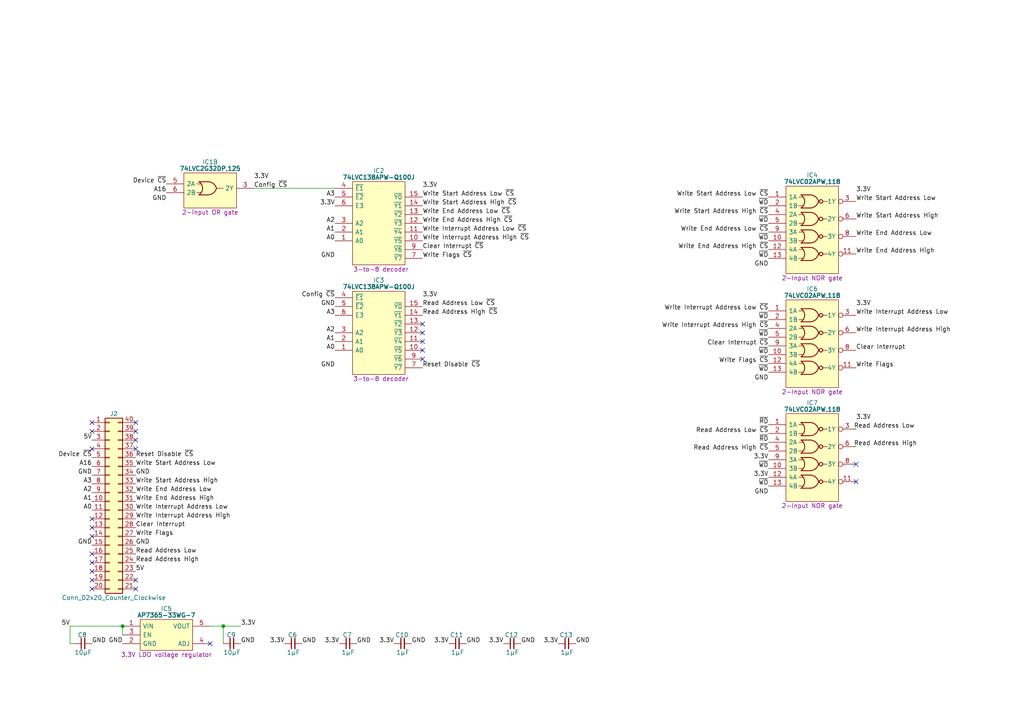
<source format=kicad_sch>
(kicad_sch (version 20230121) (generator eeschema)
  (paper "A4")
  (title_block (title "Sound Device Select") (date "2023-10-07") (rev "V0"))
  (lib_symbols
    (symbol "Connector_Generic:Conn_02x20_Counter_Clockwise" (pin_names (offset 1.016) hide)
      (property "Reference" "J" (at 1.27 25.4 0))
      (property "Value" "Conn_02x20_Counter_Clockwise" (at 1.27 -27.94 0))
      (symbol "Conn_02x20_Counter_Clockwise_1_1"
        (rectangle (start -1.27 -25.273) (end 0 -25.527) (stroke (width 0.1524)))
        (rectangle (start -1.27 -22.733) (end 0 -22.987) (stroke (width 0.1524)))
        (rectangle (start -1.27 -20.193) (end 0 -20.447) (stroke (width 0.1524)))
        (rectangle (start -1.27 -17.653) (end 0 -17.907) (stroke (width 0.1524)))
        (rectangle (start -1.27 -15.113) (end 0 -15.367) (stroke (width 0.1524)))
        (rectangle (start -1.27 -12.573) (end 0 -12.827) (stroke (width 0.1524)))
        (rectangle (start -1.27 -10.033) (end 0 -10.287) (stroke (width 0.1524)))
        (rectangle (start -1.27 -7.493) (end 0 -7.747) (stroke (width 0.1524)))
        (rectangle (start -1.27 -4.953) (end 0 -5.207) (stroke (width 0.1524)))
        (rectangle (start -1.27 -2.413) (end 0 -2.667) (stroke (width 0.1524)))
        (rectangle (start -1.27 0.127) (end 0 -0.127) (stroke (width 0.1524)))
        (rectangle (start -1.27 2.667) (end 0 2.413) (stroke (width 0.1524)))
        (rectangle (start -1.27 5.207) (end 0 4.953) (stroke (width 0.1524)))
        (rectangle (start -1.27 7.747) (end 0 7.493) (stroke (width 0.1524)))
        (rectangle (start -1.27 10.287) (end 0 10.033) (stroke (width 0.1524)))
        (rectangle (start -1.27 12.827) (end 0 12.573) (stroke (width 0.1524)))
        (rectangle (start -1.27 15.367) (end 0 15.113) (stroke (width 0.1524)))
        (rectangle (start -1.27 17.907) (end 0 17.653) (stroke (width 0.1524)))
        (rectangle (start -1.27 20.447) (end 0 20.193) (stroke (width 0.1524)))
        (rectangle (start -1.27 22.987) (end 0 22.733) (stroke (width 0.1524)))
        (rectangle (start -1.27 24.13) (end 3.81 -26.67) (stroke (width 0.254)) (fill (type background)))
        (rectangle (start 3.81 -25.273) (end 2.54 -25.527) (stroke (width 0.1524)))
        (rectangle (start 3.81 -22.733) (end 2.54 -22.987) (stroke (width 0.1524)))
        (rectangle (start 3.81 -20.193) (end 2.54 -20.447) (stroke (width 0.1524)))
        (rectangle (start 3.81 -17.653) (end 2.54 -17.907) (stroke (width 0.1524)))
        (rectangle (start 3.81 -15.113) (end 2.54 -15.367) (stroke (width 0.1524)))
        (rectangle (start 3.81 -12.573) (end 2.54 -12.827) (stroke (width 0.1524)))
        (rectangle (start 3.81 -10.033) (end 2.54 -10.287) (stroke (width 0.1524)))
        (rectangle (start 3.81 -7.493) (end 2.54 -7.747) (stroke (width 0.1524)))
        (rectangle (start 3.81 -4.953) (end 2.54 -5.207) (stroke (width 0.1524)))
        (rectangle (start 3.81 -2.413) (end 2.54 -2.667) (stroke (width 0.1524)))
        (rectangle (start 3.81 0.127) (end 2.54 -0.127) (stroke (width 0.1524)))
        (rectangle (start 3.81 2.667) (end 2.54 2.413) (stroke (width 0.1524)))
        (rectangle (start 3.81 5.207) (end 2.54 4.953) (stroke (width 0.1524)))
        (rectangle (start 3.81 7.747) (end 2.54 7.493) (stroke (width 0.1524)))
        (rectangle (start 3.81 10.287) (end 2.54 10.033) (stroke (width 0.1524)))
        (rectangle (start 3.81 12.827) (end 2.54 12.573) (stroke (width 0.1524)))
        (rectangle (start 3.81 15.367) (end 2.54 15.113) (stroke (width 0.1524)))
        (rectangle (start 3.81 17.907) (end 2.54 17.653) (stroke (width 0.1524)))
        (rectangle (start 3.81 20.447) (end 2.54 20.193) (stroke (width 0.1524)))
        (rectangle (start 3.81 22.987) (end 2.54 22.733) (stroke (width 0.1524)))
        (pin passive line (at -5.08 22.86 0) (length 3.81) (name "Pin_1") (number "1"))
        (pin passive line (at -5.08 0 0) (length 3.81) (name "Pin_10") (number "10"))
        (pin passive line (at -5.08 -2.54 0) (length 3.81) (name "Pin_11") (number "11"))
        (pin passive line (at -5.08 -5.08 0) (length 3.81) (name "Pin_12") (number "12"))
        (pin passive line (at -5.08 -7.62 0) (length 3.81) (name "Pin_13") (number "13"))
        (pin passive line (at -5.08 -10.16 0) (length 3.81) (name "Pin_14") (number "14"))
        (pin passive line (at -5.08 -12.7 0) (length 3.81) (name "Pin_15") (number "15"))
        (pin passive line (at -5.08 -15.24 0) (length 3.81) (name "Pin_16") (number "16"))
        (pin passive line (at -5.08 -17.78 0) (length 3.81) (name "Pin_17") (number "17"))
        (pin passive line (at -5.08 -20.32 0) (length 3.81) (name "Pin_18") (number "18"))
        (pin passive line (at -5.08 -22.86 0) (length 3.81) (name "Pin_19") (number "19"))
        (pin passive line (at -5.08 20.32 0) (length 3.81) (name "Pin_2") (number "2"))
        (pin passive line (at -5.08 -25.4 0) (length 3.81) (name "Pin_20") (number "20"))
        (pin passive line (at 7.62 -25.4 180) (length 3.81) (name "Pin_21") (number "21"))
        (pin passive line (at 7.62 -22.86 180) (length 3.81) (name "Pin_22") (number "22"))
        (pin passive line (at 7.62 -20.32 180) (length 3.81) (name "Pin_23") (number "23"))
        (pin passive line (at 7.62 -17.78 180) (length 3.81) (name "Pin_24") (number "24"))
        (pin passive line (at 7.62 -15.24 180) (length 3.81) (name "Pin_25") (number "25"))
        (pin passive line (at 7.62 -12.7 180) (length 3.81) (name "Pin_26") (number "26"))
        (pin passive line (at 7.62 -10.16 180) (length 3.81) (name "Pin_27") (number "27"))
        (pin passive line (at 7.62 -7.62 180) (length 3.81) (name "Pin_28") (number "28"))
        (pin passive line (at 7.62 -5.08 180) (length 3.81) (name "Pin_29") (number "29"))
        (pin passive line (at -5.08 17.78 0) (length 3.81) (name "Pin_3") (number "3"))
        (pin passive line (at 7.62 -2.54 180) (length 3.81) (name "Pin_30") (number "30"))
        (pin passive line (at 7.62 0 180) (length 3.81) (name "Pin_31") (number "31"))
        (pin passive line (at 7.62 2.54 180) (length 3.81) (name "Pin_32") (number "32"))
        (pin passive line (at 7.62 5.08 180) (length 3.81) (name "Pin_33") (number "33"))
        (pin passive line (at 7.62 7.62 180) (length 3.81) (name "Pin_34") (number "34"))
        (pin passive line (at 7.62 10.16 180) (length 3.81) (name "Pin_35") (number "35"))
        (pin passive line (at 7.62 12.7 180) (length 3.81) (name "Pin_36") (number "36"))
        (pin passive line (at 7.62 15.24 180) (length 3.81) (name "Pin_37") (number "37"))
        (pin passive line (at 7.62 17.78 180) (length 3.81) (name "Pin_38") (number "38"))
        (pin passive line (at 7.62 20.32 180) (length 3.81) (name "Pin_39") (number "39"))
        (pin passive line (at -5.08 15.24 0) (length 3.81) (name "Pin_4") (number "4"))
        (pin passive line (at 7.62 22.86 180) (length 3.81) (name "Pin_40") (number "40"))
        (pin passive line (at -5.08 12.7 0) (length 3.81) (name "Pin_5") (number "5"))
        (pin passive line (at -5.08 10.16 0) (length 3.81) (name "Pin_6") (number "6"))
        (pin passive line (at -5.08 7.62 0) (length 3.81) (name "Pin_7") (number "7"))
        (pin passive line (at -5.08 5.08 0) (length 3.81) (name "Pin_8") (number "8"))
        (pin passive line (at -5.08 2.54 0) (length 3.81) (name "Pin_9") (number "9"))
      )
    )
    (symbol "Diodes_Inc:AP7365-33WG-7" (pin_names (offset 0.762))
      (property "Reference" "IC" (at 12.7 5.08 0))
      (property "Value" "AP7365-33WG-7" (at 12.7 3.175 0))
      (property "Description" "3.3V LDO voltage regulator" (at 12.7 -8.255 0))
      (symbol "AP7365-33WG-7_0_0"
        (pin passive line (at 0 0 0) (length 5.08) (name "VIN") (number "1"))
        (pin passive line (at 0 -5.08 0) (length 5.08) (name "GND") (number "2"))
        (pin input line (at 0 -2.54 0) (length 5.08) (name "EN") (number "3"))
        (pin passive line (at 25.4 -5.08 180) (length 5.08) (name "ADJ") (number "4"))
        (pin passive line (at 25.4 0 180) (length 5.08) (name "VOUT") (number "5"))
      )
      (symbol "AP7365-33WG-7_0_1"
        (polyline (pts (xy 5.08 1.905) (xy 20.32 1.905) (xy 20.32 -6.985) (xy 5.08 -6.985) (xy 5.08 1.905)) (fill (type background)))
      )
    )
    (symbol "HCP65:C_0805" (pin_numbers hide) (pin_names (offset 0.254) hide)
      (property "Reference" "C" (at 2.286 2.54 0))
      (property "Value" "?μF" (at 2.54 -2.54 0))
      (symbol "C_0805_0_1"
        (polyline (pts (xy 1.9685 -1.4605) (xy 1.9685 1.5875)) (stroke (width 0.3048)))
        (polyline (pts (xy 2.9845 -1.4605) (xy 2.9845 1.5875)) (stroke (width 0.3302)))
      )
      (symbol "C_0805_1_1"
        (pin passive line (at 0 0 0) (length 2.032) (name "~") (number "1"))
        (pin passive line (at 5.08 0 180) (length 2.032) (name "~") (number "2"))
      )
    )
    (symbol "Nexperia:74LVC02APW,118" (pin_names (offset 0.762))
      (property "Reference" "IC" (at 12.7 6.35 0))
      (property "Value" "74LVC02APW,118" (at 12.7 4.445 0))
      (property "Description" "2-Input NOR gate" (at 12.7 -23.495 0))
      (symbol "74LVC02APW,118_0_0"
        (pin input line (at 0 0 0) (length 5.08) (name "1A") (number "1"))
        (pin input line (at 0 -12.7 0) (length 5.08) (name "3B") (number "10"))
        (pin output inverted (at 25.4 -16.51 180) (length 5.08) (name "4Y") (number "11"))
        (pin input line (at 0 -15.24 0) (length 5.08) (name "4A") (number "12"))
        (pin input line (at 0 -17.78 0) (length 5.08) (name "4B") (number "13"))
        (pin passive line (at 25.4 1.27 180) (length 5.08) hide (name "3V") (number "14"))
        (pin input line (at 0 -2.54 0) (length 5.08) (name "1B") (number "2"))
        (pin output inverted (at 25.4 -1.27 180) (length 5.08) (name "1Y") (number "3"))
        (pin input line (at 0 -5.08 0) (length 5.08) (name "2A") (number "4"))
        (pin input line (at 0 -7.62 0) (length 5.08) (name "2B") (number "5"))
        (pin output inverted (at 25.4 -6.35 180) (length 5.08) (name "2Y") (number "6"))
        (pin passive line (at 0 -20.32 0) (length 5.08) hide (name "GND") (number "7"))
        (pin output inverted (at 25.4 -11.43 180) (length 5.08) (name "3Y") (number "8"))
        (pin input line (at 0 -10.16 0) (length 5.08) (name "3A") (number "9"))
      )
      (symbol "74LVC02APW,118_0_1"
        (polyline (pts (xy 8.802 -17.78) (xy 10.0719 -17.78)))
        (polyline (pts (xy 8.802 -15.24) (xy 10.0719 -15.24)))
        (polyline (pts (xy 8.802 -12.7) (xy 10.0719 -12.7)))
        (polyline (pts (xy 8.802 -10.16) (xy 10.0719 -10.16)))
        (polyline (pts (xy 8.802 -7.62) (xy 10.0719 -7.62)))
        (polyline (pts (xy 8.802 -5.08) (xy 10.0719 -5.08)))
        (polyline (pts (xy 8.802 -2.54) (xy 10.0719 -2.54)))
        (polyline (pts (xy 8.802 0) (xy 10.0719 0)))
        (polyline (pts (xy 11.977 -18.415) (xy 9.437 -18.415)) (stroke (width 0.254)) (fill (type background)))
        (polyline (pts (xy 11.977 -14.605) (xy 9.437 -14.605)) (stroke (width 0.254)) (fill (type background)))
        (polyline (pts (xy 11.977 -13.335) (xy 9.437 -13.335)) (stroke (width 0.254)) (fill (type background)))
        (polyline (pts (xy 11.977 -9.525) (xy 9.437 -9.525)) (stroke (width 0.254)) (fill (type background)))
        (polyline (pts (xy 11.977 -8.255) (xy 9.437 -8.255)) (stroke (width 0.254)) (fill (type background)))
        (polyline (pts (xy 11.977 -4.445) (xy 9.437 -4.445)) (stroke (width 0.254)) (fill (type background)))
        (polyline (pts (xy 11.977 -3.175) (xy 9.437 -3.175)) (stroke (width 0.254)) (fill (type background)))
        (polyline (pts (xy 11.977 0.635) (xy 9.437 0.635)) (stroke (width 0.254)) (fill (type background)))
        (polyline (pts (xy 15.875 -16.51) (xy 17.057 -16.51)))
        (polyline (pts (xy 15.875 -11.43) (xy 17.057 -11.43)))
        (polyline (pts (xy 15.875 -6.35) (xy 17.057 -6.35)))
        (polyline (pts (xy 15.875 -1.27) (xy 17.057 -1.27)))
        (polyline (pts (xy 5.08 3.175) (xy 20.32 3.175) (xy 20.32 -22.225) (xy 5.08 -22.225) (xy 5.08 3.175)) (stroke (width 0.1524)) (fill (type background)))
        (arc (start 9.437 -18.415) (mid 10.4969 -16.51) (end 9.437 -14.605) (stroke (width 0.254)))
        (arc (start 9.437 -13.335) (mid 10.4969 -11.43) (end 9.437 -9.525) (stroke (width 0.254)))
        (arc (start 9.437 -8.255) (mid 10.4969 -6.35) (end 9.437 -4.445) (stroke (width 0.254)))
        (arc (start 9.437 -3.175) (mid 10.4969 -1.27) (end 9.437 0.635) (stroke (width 0.254)))
        (arc (start 11.977 -18.415) (mid 13.5751 -17.9001) (end 14.517 -16.51) (stroke (width 0.254)))
        (arc (start 11.977 -13.335) (mid 13.5751 -12.8201) (end 14.517 -11.43) (stroke (width 0.254)))
        (arc (start 11.977 -8.255) (mid 13.5751 -7.7401) (end 14.517 -6.35) (stroke (width 0.254)))
        (arc (start 11.977 -3.175) (mid 13.5753 -2.6602) (end 14.517 -1.27) (stroke (width 0.254)))
        (arc (start 14.517 -16.51) (mid 13.5761 -15.1187) (end 11.977 -14.605) (stroke (width 0.254)))
        (arc (start 14.517 -11.43) (mid 13.5761 -10.0387) (end 11.977 -9.525) (stroke (width 0.254)))
        (arc (start 14.517 -6.35) (mid 13.5761 -4.9587) (end 11.977 -4.445) (stroke (width 0.254)))
        (arc (start 14.517 -1.27) (mid 13.5761 0.1213) (end 11.977 0.635) (stroke (width 0.254)))
        (circle (center 15.24 -16.51) (radius 0.508) (stroke (width 0.254)))
        (circle (center 15.24 -11.43) (radius 0.508) (stroke (width 0.254)))
        (circle (center 15.24 -6.35) (radius 0.508) (stroke (width 0.254)))
        (circle (center 15.24 -1.27) (radius 0.508) (stroke (width 0.254)))
      )
    )
    (symbol "Nexperia:74LVC138APW-Q100J" (pin_names (offset 0.762))
      (property "Reference" "IC" (at 12.7 3.175 0))
      (property "Value" "74LVC138APW-Q100J" (at 12.7 1.27 0))
      (property "Description" "3-to-8 decoder" (at 13.335 -25.4 0))
      (symbol "74LVC138APW-Q100J_0_0"
        (pin input line (at 0 -17.145 0) (length 5.08) (name "A0") (number "1"))
        (pin output line (at 25.4 -17.145 180) (length 5.08) (name "~{Y5}") (number "10"))
        (pin output line (at 25.4 -14.605 180) (length 5.08) (name "~{Y4}") (number "11"))
        (pin output line (at 25.4 -12.065 180) (length 5.08) (name "~{Y3}") (number "12"))
        (pin output line (at 25.4 -9.525 180) (length 5.08) (name "~{Y2}") (number "13"))
        (pin output line (at 25.4 -6.985 180) (length 5.08) (name "~{Y1}") (number "14"))
        (pin output line (at 25.4 -4.445 180) (length 5.08) (name "~{Y0}") (number "15"))
        (pin passive line (at 25.4 -1.905 180) (length 5.08) hide (name "3V") (number "16"))
        (pin input line (at 0 -14.605 0) (length 5.08) (name "A1") (number "2"))
        (pin input line (at 0 -12.065 0) (length 5.08) (name "A2") (number "3"))
        (pin input line (at 0 -1.905 0) (length 5.08) (name "~{E1}") (number "4"))
        (pin input line (at 0 -4.445 0) (length 5.08) (name "~{E2}") (number "5"))
        (pin input line (at 0 -6.985 0) (length 5.08) (name "E3") (number "6"))
        (pin output line (at 25.4 -22.225 180) (length 5.08) (name "~{Y7}") (number "7"))
        (pin passive line (at 0 -22.225 0) (length 5.08) hide (name "GND") (number "8"))
        (pin output line (at 25.4 -19.685 180) (length 5.08) (name "~{Y6}") (number "9"))
      )
      (symbol "74LVC138APW-Q100J_0_1"
        (polyline (pts (xy 5.08 0) (xy 20.32 0) (xy 20.32 -24.13) (xy 5.08 -24.13) (xy 5.08 0)) (stroke (width 0.1524)) (fill (type background)))
      )
    )
    (symbol "Nexperia:74LVC2G32DP,125_Multi" (pin_names (offset 0.762))
      (property "Reference" "IC" (at 12.7 6.35 0))
      (property "Value" "74LVC2G32DP,125" (at 12.7 4.445 0))
      (property "Description" "2-input OR gate" (at 12.7 -8.255 0))
      (symbol "74LVC2G32DP,125_Multi_0_0"
        (pin passive line (at 0 -5.08 0) (length 5.08) hide (name "GND") (number "4"))
        (pin passive line (at 25.4 1.27 180) (length 5.08) hide (name "VCC") (number "8"))
      )
      (symbol "74LVC2G32DP,125_Multi_0_1"
        (polyline (pts (xy 8.802 -2.54) (xy 10.0719 -2.54)))
        (polyline (pts (xy 8.802 0) (xy 10.0719 0)))
        (polyline (pts (xy 11.977 -3.175) (xy 9.437 -3.175)) (stroke (width 0.254)) (fill (type background)))
        (polyline (pts (xy 11.977 0.635) (xy 9.437 0.635)) (stroke (width 0.254)) (fill (type background)))
        (polyline (pts (xy 14.605 -1.27) (xy 16.51 -1.27)))
        (polyline (pts (xy 5.08 3.175) (xy 20.32 3.175) (xy 20.32 -6.985) (xy 5.08 -6.985) (xy 5.08 3.175)) (stroke (width 0.1524)) (fill (type background)))
        (arc (start 9.437 -3.175) (mid 10.4969 -1.27) (end 9.437 0.635) (stroke (width 0.254)))
        (arc (start 11.977 -3.175) (mid 13.5751 -2.6601) (end 14.517 -1.27) (stroke (width 0.254)))
        (arc (start 14.517 -1.27) (mid 13.5761 0.1213) (end 11.977 0.635) (stroke (width 0.254)))
      )
      (symbol "74LVC2G32DP,125_Multi_1_0"
        (pin input line (at 0 0 0) (length 5.08) (name "1A") (number "1"))
        (pin input line (at 0 -2.54 0) (length 5.08) (name "1B") (number "2"))
        (pin output line (at 25.4 -1.27 180) (length 5.08) (name "1Y") (number "7"))
      )
      (symbol "74LVC2G32DP,125_Multi_2_0"
        (pin output line (at 25.4 -1.27 180) (length 5.08) (name "2Y") (number "3"))
        (pin input line (at 0 0 0) (length 5.08) (name "2A") (number "5"))
        (pin input line (at 0 -2.54 0) (length 5.08) (name "2B") (number "6"))
      )
    )
  )
  (junction (at 35.56 181.61))
  (junction (at 64.77 181.61))
  (no_connect (at 26.67 170.815))
  (no_connect (at 26.67 122.555))
  (no_connect (at 248.285 139.7))
  (no_connect (at 39.37 168.275))
  (no_connect (at 26.67 155.575))
  (no_connect (at 60.96 186.69))
  (no_connect (at 122.555 96.52))
  (no_connect (at 39.37 122.555))
  (no_connect (at 122.555 104.14))
  (no_connect (at 39.37 130.175))
  (no_connect (at 122.555 101.6))
  (no_connect (at 26.67 150.495))
  (no_connect (at 26.67 160.655))
  (no_connect (at 122.555 93.98))
  (no_connect (at 248.285 134.62))
  (no_connect (at 39.37 170.815))
  (no_connect (at 39.37 125.095))
  (no_connect (at 26.67 153.035))
  (no_connect (at 26.67 168.275))
  (no_connect (at 39.37 127.635))
  (no_connect (at 26.67 130.175))
  (no_connect (at 26.67 165.735))
  (no_connect (at 122.555 99.06))
  (no_connect (at 26.67 163.195))
  (no_connect (at 26.67 125.095))
  (wire (pts (xy 64.77 186.69) (xy 64.77 181.61)))
  (wire (pts (xy 20.32 181.61) (xy 35.56 181.61)))
  (wire (pts (xy 73.66 54.61) (xy 97.155 54.61)))
  (wire (pts (xy 247.65 129.54) (xy 248.285 129.54)))
  (wire (pts (xy 247.65 124.46) (xy 248.285 124.46)))
  (wire (pts (xy 35.56 181.61) (xy 35.56 184.15)))
  (wire (pts (xy 60.96 181.61) (xy 64.77 181.61)))
  (wire (pts (xy 20.32 181.61) (xy 20.32 186.69)))
  (wire (pts (xy 20.32 186.69) (xy 21.59 186.69)))
  (wire (pts (xy 64.77 181.61) (xy 69.85 181.61)))
  (label "Write Start Address High ~{CS}" (at 122.555 59.69 0))
  (label "A0" (at 97.155 101.6 180))
  (label "3.3V" (at 161.925 186.69 180))
  (label "A3" (at 97.155 57.15 180))
  (label "Device ~{CS}" (at 26.67 132.715 180))
  (label "Read Address High" (at 247.65 129.54 0))
  (label "Read Address Low ~{CS}" (at 122.555 88.9 0))
  (label "GND" (at 87.63 186.69 0))
  (label "Clear Interrupt" (at 248.285 101.6 0))
  (label "A0" (at 26.67 147.955 180))
  (label "Write End Address High" (at 39.37 145.415 0))
  (label "A0" (at 97.155 69.85 180))
  (label "GND" (at 167.005 186.69 0))
  (label "Write Interrupt Address Low" (at 248.285 91.44 0))
  (label "A1" (at 26.67 145.415 180))
  (label "GND" (at 69.85 186.69 0))
  (label "3.3V" (at 248.285 121.92 0))
  (label "GND" (at 97.155 74.93 180))
  (label "Write Start Address High" (at 39.37 140.335 0))
  (label "GND" (at 103.505 186.69 0))
  (label "GND" (at 48.26 58.42 180))
  (label "Write Interrupt Address High ~{CS}" (at 122.555 69.85 0))
  (label "Write End Address High" (at 248.285 73.66 0))
  (label "Write Flags" (at 39.37 155.575 0))
  (label "3.3V" (at 222.885 138.43 180))
  (label "3.3V" (at 130.175 186.69 180))
  (label "Write Start Address High" (at 248.285 63.5 0))
  (label "A2" (at 97.155 64.77 180))
  (label "GND" (at 26.67 186.69 0))
  (label "5V" (at 20.32 181.61 180))
  (label "Write End Address Low" (at 248.285 68.58 0))
  (label "A16" (at 26.67 135.255 180))
  (label "~{WD}" (at 222.885 92.71 180))
  (label "3.3V" (at 122.555 54.61 0))
  (label "GND" (at 222.885 110.49 180))
  (label "3.3V" (at 114.3 186.69 180))
  (label "3.3V" (at 146.05 186.69 180))
  (label "Write End Address High ~{CS}" (at 122.555 64.77 0))
  (label "A2" (at 26.67 142.875 180))
  (label "~{WD}" (at 222.885 64.77 180))
  (label "3.3V" (at 222.885 133.35 180))
  (label "GND" (at 35.56 186.69 180))
  (label "GND" (at 97.155 106.68 180))
  (label "Write Start Address Low ~{CS}" (at 122.555 57.15 0))
  (label "Write Flags" (at 248.285 106.68 0))
  (label "GND" (at 135.255 186.69 0))
  (label "~{WD}" (at 222.885 97.79 180))
  (label "GND" (at 39.37 158.115 0))
  (label "~{WD}" (at 222.885 140.97 180))
  (label "Write Interrupt Address Low ~{CS}" (at 122.555 67.31 0))
  (label "A1" (at 97.155 99.06 180))
  (label "A1" (at 97.155 67.31 180))
  (label "5V" (at 26.67 127.635 180))
  (label "Config ~{CS}" (at 73.66 54.61 0))
  (label "3.3V" (at 82.55 186.69 180))
  (label "Clear Interrupt ~{CS}" (at 122.555 72.39 0))
  (label "Write Start Address Low" (at 248.285 58.42 0))
  (label "GND" (at 39.37 137.795 0))
  (label "Write End Address Low ~{CS}" (at 222.885 67.31 180))
  (label "Write Start Address Low ~{CS}" (at 222.885 57.15 180))
  (label "GND" (at 97.155 88.9 180))
  (label "3.3V" (at 248.285 88.9 0))
  (label "3.3V" (at 122.555 86.36 0))
  (label "Write Interrupt Address High ~{CS}" (at 222.885 95.25 180))
  (label "A16" (at 48.26 55.88 180))
  (label "Write Flags ~{CS}" (at 122.555 74.93 0))
  (label "~{RD}" (at 222.885 123.19 180))
  (label "Read Address Low" (at 247.65 124.46 0))
  (label "GND" (at 151.13 186.69 0))
  (label "3.3V" (at 97.155 59.69 180))
  (label "Write End Address Low ~{CS}" (at 122.555 62.23 0))
  (label "Write End Address High ~{CS}" (at 222.885 72.39 180))
  (label "GND" (at 222.885 143.51 180))
  (label "Read Address Low" (at 39.37 160.655 0))
  (label "Write Interrupt Address Low" (at 39.37 147.955 0))
  (label "Write Start Address High ~{CS}" (at 222.885 62.23 180))
  (label "~{WD}" (at 222.885 69.85 180))
  (label "GND" (at 26.67 158.115 180))
  (label "Device ~{CS}" (at 48.26 53.34 180))
  (label "~{WD}" (at 222.885 102.87 180))
  (label "Read Address High ~{CS}" (at 122.555 91.44 0))
  (label "3.3V" (at 69.85 181.61 0))
  (label "Write Interrupt Address High" (at 39.37 150.495 0))
  (label "Write Flags ~{CS}" (at 222.885 105.41 180))
  (label "Write Start Address Low" (at 39.37 135.255 0))
  (label "GND" (at 26.67 137.795 180))
  (label "5V" (at 39.37 165.735 0))
  (label "GND" (at 222.885 77.47 180))
  (label "3.3V" (at 248.285 55.88 0))
  (label "Clear Interrupt ~{CS}" (at 222.885 100.33 180))
  (label "Write Interrupt Address Low ~{CS}" (at 222.885 90.17 180))
  (label "Read Address Low ~{CS}" (at 222.885 125.73 180))
  (label "Clear Interrupt" (at 39.37 153.035 0))
  (label "Reset Disable ~{CS}" (at 39.37 132.715 0))
  (label "~{WD}" (at 222.885 74.93 180))
  (label "~{RD}" (at 222.885 128.27 180))
  (label "Reset Disable ~{CS}" (at 122.555 106.68 0))
  (label "Write End Address Low" (at 39.37 142.875 0))
  (label "GND" (at 119.38 186.69 0))
  (label "3.3V" (at 98.425 186.69 180))
  (label "~{WD}" (at 222.885 135.89 180))
  (label "A3" (at 97.155 91.44 180))
  (label "3.3V" (at 73.66 52.07 0))
  (label "Read Address High ~{CS}" (at 222.885 130.81 180))
  (label "A3" (at 26.67 140.335 180))
  (label "A2" (at 97.155 96.52 180))
  (label "Write Interrupt Address High" (at 248.285 96.52 0))
  (label "~{WD}" (at 222.885 107.95 180))
  (label "~{WD}" (at 222.885 59.69 180))
  (label "Config ~{CS}" (at 97.155 86.36 180))
  (label "Read Address High" (at 39.37 163.195 0))
  (symbol (lib_id "HCP65:C_0805") (at 130.175 186.69 0) (unit 1)
    (property "Reference" "C11" (at 132.461 184.15 0))
    (property "Value" "1μF" (at 132.715 189.23 0))
    (property "Footprint" "SamacSys_Parts:C_0805" (effects hide))
  )
  (symbol (lib_id "HCP65:C_0805") (at 161.925 186.69 0) (unit 1)
    (property "Reference" "C13" (at 164.211 184.15 0))
    (property "Value" "1μF" (at 164.465 189.23 0))
    (property "Footprint" "SamacSys_Parts:C_0805" (effects hide))
  )
  (symbol (lib_id "Nexperia:74LVC02APW,118") (at 222.885 90.17 0) (unit 1)
    (property "Reference" "IC6" (at 235.585 83.82 0))
    (property "Value" "74LVC02APW,118" (at 235.585 85.725 0) (effects (font bold)))
    (property "Footprint" "SOP65P640X110-14N" (effects hide))
    (property "Datasheet" "https://assets.nexperia.com/documents/data-sheet/74LVC02A.pdf" (effects hide))
    (property "Description" "2-Input NOR gate" (at 235.585 113.665 0))
    (property "Height" "1.1" (effects hide))
    (property "Mouser Part Number" "771-74LVC02APW-T" (effects hide))
    (property "Mouser Price/Stock" "https://www.mouser.co.uk/ProductDetail/Nexperia/74LVC02APW118?qs=me8TqzrmIYX6VnwIC2vA2w%3D%3D" (effects hide))
    (property "Manufacturer_Name" "Nexperia" (effects hide))
    (property "Manufacturer_Part_Number" "74LVC02APW,118" (effects hide))
    (property "Silkscreen" "74LVC02APW" (effects hide))
  )
  (symbol (lib_id "HCP65:C_0805") (at 98.425 186.69 0) (unit 1)
    (property "Reference" "C7" (at 100.711 184.15 0))
    (property "Value" "1μF" (at 100.965 189.23 0))
    (property "Footprint" "SamacSys_Parts:C_0805" (effects hide))
  )
  (symbol (lib_id "Nexperia:74LVC02APW,118") (at 222.885 123.19 0) (unit 1)
    (property "Reference" "IC7" (at 235.585 116.84 0))
    (property "Value" "74LVC02APW,118" (at 235.585 118.745 0) (effects (font bold)))
    (property "Footprint" "SOP65P640X110-14N" (effects hide))
    (property "Datasheet" "https://assets.nexperia.com/documents/data-sheet/74LVC02A.pdf" (effects hide))
    (property "Description" "2-Input NOR gate" (at 235.585 146.685 0))
    (property "Height" "1.1" (effects hide))
    (property "Mouser Part Number" "771-74LVC02APW-T" (effects hide))
    (property "Mouser Price/Stock" "https://www.mouser.co.uk/ProductDetail/Nexperia/74LVC02APW118?qs=me8TqzrmIYX6VnwIC2vA2w%3D%3D" (effects hide))
    (property "Manufacturer_Name" "Nexperia" (effects hide))
    (property "Manufacturer_Part_Number" "74LVC02APW,118" (effects hide))
    (property "Silkscreen" "74LVC02APW" (effects hide))
  )
  (symbol (lib_id "Nexperia:74LVC2G32DP,125_Multi") (at 48.26 53.34 0) (unit 2)
    (property "Reference" "IC1" (at 60.96 46.99 0))
    (property "Value" "74LVC2G32DP,125" (at 60.96 48.895 0) (effects (font bold)))
    (property "Footprint" "SOP65P400X110-8N" (effects hide))
    (property "Datasheet" "https://assets.nexperia.com/documents/data-sheet/74LVC2G32.pdf" (effects hide))
    (property "Description" "2-input OR gate" (at 60.96 61.595 0))
    (property "Height" "1.1" (effects hide))
    (property "Manufacturer_Name" "Nexperia" (effects hide))
    (property "Manufacturer_Part_Number" "74LVC2G32DP,125" (effects hide))
    (property "Mouser Part Number" "771-LVC2G32DP125" (effects hide))
    (property "Mouser Price/Stock" "https://www.mouser.co.uk/ProductDetail/Nexperia/74LVC2G32DP125?qs=me8TqzrmIYW%2FQ9dGbQTEYg%3D%3D" (effects hide))
    (property "Silkscreen" "'2G32" (effects hide))
  )
  (symbol (lib_id "Nexperia:74LVC138APW-Q100J") (at 97.155 84.455 0) (unit 1)
    (property "Reference" "IC3" (at 109.855 81.28 0))
    (property "Value" "74LVC138APW-Q100J" (at 109.855 83.185 0) (effects (font bold)))
    (property "Footprint" "SOP65P640X110-16N" (effects hide))
    (property "Datasheet" "https://assets.nexperia.com/documents/data-sheet/74LVC138A_Q100.pdf" (effects hide))
    (property "Description" "3-to-8 decoder" (at 110.49 109.855 0))
    (property "Height" "1.1" (effects hide))
    (property "Mouser Part Number" "771-74LVC138APWQ100J" (effects hide))
    (property "Mouser Price/Stock" "https://www.mouser.co.uk/ProductDetail/Nexperia/74LVC138APW-Q100J?qs=fi7yB2oewZnXKE82xo%252BhJQ%3D%3D" (effects hide))
    (property "Manufacturer_Name" "Nexperia" (effects hide))
    (property "Manufacturer_Part_Number" "74LVC138APW-Q100J" (effects hide))
    (property "Silkscreen" "74LVC138" (effects hide))
  )
  (symbol (lib_id "Nexperia:74LVC02APW,118") (at 222.885 57.15 0) (unit 1)
    (property "Reference" "IC4" (at 235.585 50.8 0))
    (property "Value" "74LVC02APW,118" (at 235.585 52.705 0) (effects (font bold)))
    (property "Footprint" "SOP65P640X110-14N" (effects hide))
    (property "Datasheet" "https://assets.nexperia.com/documents/data-sheet/74LVC02A.pdf" (effects hide))
    (property "Description" "2-Input NOR gate" (at 235.585 80.645 0))
    (property "Height" "1.1" (effects hide))
    (property "Mouser Part Number" "771-74LVC02APW-T" (effects hide))
    (property "Mouser Price/Stock" "https://www.mouser.co.uk/ProductDetail/Nexperia/74LVC02APW118?qs=me8TqzrmIYX6VnwIC2vA2w%3D%3D" (effects hide))
    (property "Manufacturer_Name" "Nexperia" (effects hide))
    (property "Manufacturer_Part_Number" "74LVC02APW,118" (effects hide))
    (property "Silkscreen" "74LVC02APW" (effects hide))
  )
  (symbol (lib_id "HCP65:C_0805") (at 114.3 186.69 0) (unit 1)
    (property "Reference" "C10" (at 116.586 184.15 0))
    (property "Value" "1μF" (at 116.84 189.23 0))
    (property "Footprint" "SamacSys_Parts:C_0805" (effects hide))
  )
  (symbol (lib_id "HCP65:C_0805") (at 21.59 186.69 0) (unit 1)
    (property "Reference" "C8" (at 23.876 184.15 0))
    (property "Value" "10µF" (at 21.59 189.23 0) (effects (justify left)))
    (property "Footprint" "SamacSys_Parts:C_0805" (effects hide))
  )
  (symbol (lib_id "HCP65:C_0805") (at 82.55 186.69 0) (unit 1)
    (property "Reference" "C6" (at 84.836 184.15 0))
    (property "Value" "1μF" (at 85.09 189.23 0))
    (property "Footprint" "SamacSys_Parts:C_0805" (effects hide))
  )
  (symbol (lib_id "Nexperia:74LVC138APW-Q100J") (at 97.155 52.705 0) (unit 1)
    (property "Reference" "IC2" (at 109.855 49.53 0))
    (property "Value" "74LVC138APW-Q100J" (at 109.855 51.435 0) (effects (font bold)))
    (property "Footprint" "SOP65P640X110-16N" (effects hide))
    (property "Datasheet" "https://assets.nexperia.com/documents/data-sheet/74LVC138A_Q100.pdf" (effects hide))
    (property "Description" "3-to-8 decoder" (at 110.49 78.105 0))
    (property "Height" "1.1" (effects hide))
    (property "Mouser Part Number" "771-74LVC138APWQ100J" (effects hide))
    (property "Mouser Price/Stock" "https://www.mouser.co.uk/ProductDetail/Nexperia/74LVC138APW-Q100J?qs=fi7yB2oewZnXKE82xo%252BhJQ%3D%3D" (effects hide))
    (property "Manufacturer_Name" "Nexperia" (effects hide))
    (property "Manufacturer_Part_Number" "74LVC138APW-Q100J" (effects hide))
    (property "Silkscreen" "74LVC138" (effects hide))
  )
  (symbol (lib_id "Diodes_Inc:AP7365-33WG-7") (at 35.56 181.61 0) (unit 1)
    (property "Reference" "IC5" (at 48.26 176.53 0))
    (property "Value" "AP7365-33WG-7" (at 48.26 178.435 0) (effects (font bold)))
    (property "Footprint" "SOT95P285X130-5N" (effects hide))
    (property "Datasheet" "https://componentsearchengine.com/Datasheets/1/AP7365-33WG-7.pdf" (effects hide))
    (property "Description" "3.3V LDO voltage regulator" (at 48.26 189.865 0))
    (property "Height" "1.3" (effects hide))
    (property "Manufacturer_Name" "Diodes Inc." (effects hide))
    (property "Manufacturer_Part_Number" "AP7365-33WG-7" (effects hide))
    (property "Mouser Part Number" "621-AP7365-33WG-7" (effects hide))
    (property "Mouser Price/Stock" "https://www.mouser.co.uk/ProductDetail/Diodes-Incorporated/AP7365-33WG-7?qs=abZ1nkZpTuOZFvxvoFPL0w%3D%3D" (effects hide))
    (property "Arrow Part Number" "AP7365-33WG-7" (effects hide))
    (property "Arrow Price/Stock" "https://www.arrow.com/en/products/ap7365-33wg-7/diodes-incorporated?region=nac" (effects hide))
    (property "Silkscreen" "AP7365" (effects hide))
  )
  (symbol (lib_id "HCP65:C_0805") (at 64.77 186.69 0) (unit 1)
    (property "Reference" "C9" (at 67.056 184.15 0))
    (property "Value" "10µF" (at 64.77 189.23 0) (effects (justify left)))
    (property "Footprint" "SamacSys_Parts:C_0805" (effects hide))
  )
  (symbol (lib_id "Connector_Generic:Conn_02x20_Counter_Clockwise") (at 31.75 145.415 0) (unit 1)
    (property "Reference" "J2" (at 33.02 120.015 0))
    (property "Value" "Conn_02x20_Counter_Clockwise" (at 33.02 173.355 0))
    (property "Footprint" "SamacSys_Parts:DIP-40_Board_W15.24mm" (effects hide))
  )
  (symbol (lib_id "HCP65:C_0805") (at 146.05 186.69 0) (unit 1)
    (property "Reference" "C12" (at 148.336 184.15 0))
    (property "Value" "1μF" (at 148.59 189.23 0))
    (property "Footprint" "SamacSys_Parts:C_0805" (effects hide))
  )
)
</source>
